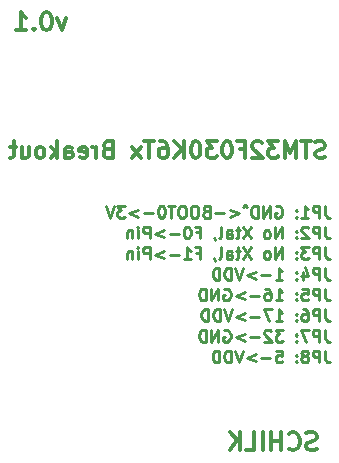
<source format=gbr>
G04 #@! TF.GenerationSoftware,KiCad,Pcbnew,(5.1.5)-3*
G04 #@! TF.CreationDate,2020-06-05T23:08:29+02:00*
G04 #@! TF.ProjectId,STM32F030K6Tx_Breakout,53544d33-3246-4303-9330-4b3654785f42,rev?*
G04 #@! TF.SameCoordinates,Original*
G04 #@! TF.FileFunction,Legend,Bot*
G04 #@! TF.FilePolarity,Positive*
%FSLAX46Y46*%
G04 Gerber Fmt 4.6, Leading zero omitted, Abs format (unit mm)*
G04 Created by KiCad (PCBNEW (5.1.5)-3) date 2020-06-05 23:08:29*
%MOMM*%
%LPD*%
G04 APERTURE LIST*
%ADD10C,0.300000*%
%ADD11C,0.250000*%
G04 APERTURE END LIST*
D10*
X121788571Y-73632142D02*
X121574285Y-73703571D01*
X121217142Y-73703571D01*
X121074285Y-73632142D01*
X121002857Y-73560714D01*
X120931428Y-73417857D01*
X120931428Y-73275000D01*
X121002857Y-73132142D01*
X121074285Y-73060714D01*
X121217142Y-72989285D01*
X121502857Y-72917857D01*
X121645714Y-72846428D01*
X121717142Y-72775000D01*
X121788571Y-72632142D01*
X121788571Y-72489285D01*
X121717142Y-72346428D01*
X121645714Y-72275000D01*
X121502857Y-72203571D01*
X121145714Y-72203571D01*
X120931428Y-72275000D01*
X119431428Y-73560714D02*
X119502857Y-73632142D01*
X119717142Y-73703571D01*
X119860000Y-73703571D01*
X120074285Y-73632142D01*
X120217142Y-73489285D01*
X120288571Y-73346428D01*
X120360000Y-73060714D01*
X120360000Y-72846428D01*
X120288571Y-72560714D01*
X120217142Y-72417857D01*
X120074285Y-72275000D01*
X119860000Y-72203571D01*
X119717142Y-72203571D01*
X119502857Y-72275000D01*
X119431428Y-72346428D01*
X118788571Y-73703571D02*
X118788571Y-72203571D01*
X118788571Y-72917857D02*
X117931428Y-72917857D01*
X117931428Y-73703571D02*
X117931428Y-72203571D01*
X117217142Y-73703571D02*
X117217142Y-72203571D01*
X115788571Y-73703571D02*
X116502857Y-73703571D01*
X116502857Y-72203571D01*
X115288571Y-73703571D02*
X115288571Y-72203571D01*
X114431428Y-73703571D02*
X115074285Y-72846428D01*
X114431428Y-72203571D02*
X115288571Y-73060714D01*
X100567857Y-37143571D02*
X100210714Y-38143571D01*
X99853571Y-37143571D01*
X98996428Y-36643571D02*
X98853571Y-36643571D01*
X98710714Y-36715000D01*
X98639285Y-36786428D01*
X98567857Y-36929285D01*
X98496428Y-37215000D01*
X98496428Y-37572142D01*
X98567857Y-37857857D01*
X98639285Y-38000714D01*
X98710714Y-38072142D01*
X98853571Y-38143571D01*
X98996428Y-38143571D01*
X99139285Y-38072142D01*
X99210714Y-38000714D01*
X99282142Y-37857857D01*
X99353571Y-37572142D01*
X99353571Y-37215000D01*
X99282142Y-36929285D01*
X99210714Y-36786428D01*
X99139285Y-36715000D01*
X98996428Y-36643571D01*
X97853571Y-38000714D02*
X97782142Y-38072142D01*
X97853571Y-38143571D01*
X97925000Y-38072142D01*
X97853571Y-38000714D01*
X97853571Y-38143571D01*
X96353571Y-38143571D02*
X97210714Y-38143571D01*
X96782142Y-38143571D02*
X96782142Y-36643571D01*
X96925000Y-36857857D01*
X97067857Y-37000714D01*
X97210714Y-37072142D01*
X122486666Y-48896666D02*
X122286666Y-48963333D01*
X121953333Y-48963333D01*
X121820000Y-48896666D01*
X121753333Y-48830000D01*
X121686666Y-48696666D01*
X121686666Y-48563333D01*
X121753333Y-48430000D01*
X121820000Y-48363333D01*
X121953333Y-48296666D01*
X122220000Y-48230000D01*
X122353333Y-48163333D01*
X122420000Y-48096666D01*
X122486666Y-47963333D01*
X122486666Y-47830000D01*
X122420000Y-47696666D01*
X122353333Y-47630000D01*
X122220000Y-47563333D01*
X121886666Y-47563333D01*
X121686666Y-47630000D01*
X121286666Y-47563333D02*
X120486666Y-47563333D01*
X120886666Y-48963333D02*
X120886666Y-47563333D01*
X120020000Y-48963333D02*
X120020000Y-47563333D01*
X119553333Y-48563333D01*
X119086666Y-47563333D01*
X119086666Y-48963333D01*
X118553333Y-47563333D02*
X117686666Y-47563333D01*
X118153333Y-48096666D01*
X117953333Y-48096666D01*
X117820000Y-48163333D01*
X117753333Y-48230000D01*
X117686666Y-48363333D01*
X117686666Y-48696666D01*
X117753333Y-48830000D01*
X117820000Y-48896666D01*
X117953333Y-48963333D01*
X118353333Y-48963333D01*
X118486666Y-48896666D01*
X118553333Y-48830000D01*
X117153333Y-47696666D02*
X117086666Y-47630000D01*
X116953333Y-47563333D01*
X116620000Y-47563333D01*
X116486666Y-47630000D01*
X116420000Y-47696666D01*
X116353333Y-47830000D01*
X116353333Y-47963333D01*
X116420000Y-48163333D01*
X117220000Y-48963333D01*
X116353333Y-48963333D01*
X115286666Y-48230000D02*
X115753333Y-48230000D01*
X115753333Y-48963333D02*
X115753333Y-47563333D01*
X115086666Y-47563333D01*
X114286666Y-47563333D02*
X114153333Y-47563333D01*
X114020000Y-47630000D01*
X113953333Y-47696666D01*
X113886666Y-47830000D01*
X113820000Y-48096666D01*
X113820000Y-48430000D01*
X113886666Y-48696666D01*
X113953333Y-48830000D01*
X114020000Y-48896666D01*
X114153333Y-48963333D01*
X114286666Y-48963333D01*
X114420000Y-48896666D01*
X114486666Y-48830000D01*
X114553333Y-48696666D01*
X114620000Y-48430000D01*
X114620000Y-48096666D01*
X114553333Y-47830000D01*
X114486666Y-47696666D01*
X114420000Y-47630000D01*
X114286666Y-47563333D01*
X113353333Y-47563333D02*
X112486666Y-47563333D01*
X112953333Y-48096666D01*
X112753333Y-48096666D01*
X112620000Y-48163333D01*
X112553333Y-48230000D01*
X112486666Y-48363333D01*
X112486666Y-48696666D01*
X112553333Y-48830000D01*
X112620000Y-48896666D01*
X112753333Y-48963333D01*
X113153333Y-48963333D01*
X113286666Y-48896666D01*
X113353333Y-48830000D01*
X111620000Y-47563333D02*
X111486666Y-47563333D01*
X111353333Y-47630000D01*
X111286666Y-47696666D01*
X111220000Y-47830000D01*
X111153333Y-48096666D01*
X111153333Y-48430000D01*
X111220000Y-48696666D01*
X111286666Y-48830000D01*
X111353333Y-48896666D01*
X111486666Y-48963333D01*
X111620000Y-48963333D01*
X111753333Y-48896666D01*
X111820000Y-48830000D01*
X111886666Y-48696666D01*
X111953333Y-48430000D01*
X111953333Y-48096666D01*
X111886666Y-47830000D01*
X111820000Y-47696666D01*
X111753333Y-47630000D01*
X111620000Y-47563333D01*
X110553333Y-48963333D02*
X110553333Y-47563333D01*
X109753333Y-48963333D02*
X110353333Y-48163333D01*
X109753333Y-47563333D02*
X110553333Y-48363333D01*
X108553333Y-47563333D02*
X108820000Y-47563333D01*
X108953333Y-47630000D01*
X109020000Y-47696666D01*
X109153333Y-47896666D01*
X109220000Y-48163333D01*
X109220000Y-48696666D01*
X109153333Y-48830000D01*
X109086666Y-48896666D01*
X108953333Y-48963333D01*
X108686666Y-48963333D01*
X108553333Y-48896666D01*
X108486666Y-48830000D01*
X108420000Y-48696666D01*
X108420000Y-48363333D01*
X108486666Y-48230000D01*
X108553333Y-48163333D01*
X108686666Y-48096666D01*
X108953333Y-48096666D01*
X109086666Y-48163333D01*
X109153333Y-48230000D01*
X109220000Y-48363333D01*
X108020000Y-47563333D02*
X107220000Y-47563333D01*
X107620000Y-48963333D02*
X107620000Y-47563333D01*
X106886666Y-48963333D02*
X106153333Y-48030000D01*
X106886666Y-48030000D02*
X106153333Y-48963333D01*
X104086666Y-48230000D02*
X103886666Y-48296666D01*
X103820000Y-48363333D01*
X103753333Y-48496666D01*
X103753333Y-48696666D01*
X103820000Y-48830000D01*
X103886666Y-48896666D01*
X104020000Y-48963333D01*
X104553333Y-48963333D01*
X104553333Y-47563333D01*
X104086666Y-47563333D01*
X103953333Y-47630000D01*
X103886666Y-47696666D01*
X103820000Y-47830000D01*
X103820000Y-47963333D01*
X103886666Y-48096666D01*
X103953333Y-48163333D01*
X104086666Y-48230000D01*
X104553333Y-48230000D01*
X103153333Y-48963333D02*
X103153333Y-48030000D01*
X103153333Y-48296666D02*
X103086666Y-48163333D01*
X103020000Y-48096666D01*
X102886666Y-48030000D01*
X102753333Y-48030000D01*
X101753333Y-48896666D02*
X101886666Y-48963333D01*
X102153333Y-48963333D01*
X102286666Y-48896666D01*
X102353333Y-48763333D01*
X102353333Y-48230000D01*
X102286666Y-48096666D01*
X102153333Y-48030000D01*
X101886666Y-48030000D01*
X101753333Y-48096666D01*
X101686666Y-48230000D01*
X101686666Y-48363333D01*
X102353333Y-48496666D01*
X100486666Y-48963333D02*
X100486666Y-48230000D01*
X100553333Y-48096666D01*
X100686666Y-48030000D01*
X100953333Y-48030000D01*
X101086666Y-48096666D01*
X100486666Y-48896666D02*
X100620000Y-48963333D01*
X100953333Y-48963333D01*
X101086666Y-48896666D01*
X101153333Y-48763333D01*
X101153333Y-48630000D01*
X101086666Y-48496666D01*
X100953333Y-48430000D01*
X100620000Y-48430000D01*
X100486666Y-48363333D01*
X99820000Y-48963333D02*
X99820000Y-47563333D01*
X99686666Y-48430000D02*
X99286666Y-48963333D01*
X99286666Y-48030000D02*
X99820000Y-48563333D01*
X98486666Y-48963333D02*
X98620000Y-48896666D01*
X98686666Y-48830000D01*
X98753333Y-48696666D01*
X98753333Y-48296666D01*
X98686666Y-48163333D01*
X98620000Y-48096666D01*
X98486666Y-48030000D01*
X98286666Y-48030000D01*
X98153333Y-48096666D01*
X98086666Y-48163333D01*
X98020000Y-48296666D01*
X98020000Y-48696666D01*
X98086666Y-48830000D01*
X98153333Y-48896666D01*
X98286666Y-48963333D01*
X98486666Y-48963333D01*
X96820000Y-48030000D02*
X96820000Y-48963333D01*
X97420000Y-48030000D02*
X97420000Y-48763333D01*
X97353333Y-48896666D01*
X97220000Y-48963333D01*
X97020000Y-48963333D01*
X96886666Y-48896666D01*
X96820000Y-48830000D01*
X96353333Y-48030000D02*
X95820000Y-48030000D01*
X96153333Y-47563333D02*
X96153333Y-48763333D01*
X96086666Y-48896666D01*
X95953333Y-48963333D01*
X95820000Y-48963333D01*
D11*
X122503690Y-53017380D02*
X122503690Y-53731666D01*
X122551309Y-53874523D01*
X122646547Y-53969761D01*
X122789404Y-54017380D01*
X122884642Y-54017380D01*
X122027500Y-54017380D02*
X122027500Y-53017380D01*
X121646547Y-53017380D01*
X121551309Y-53065000D01*
X121503690Y-53112619D01*
X121456071Y-53207857D01*
X121456071Y-53350714D01*
X121503690Y-53445952D01*
X121551309Y-53493571D01*
X121646547Y-53541190D01*
X122027500Y-53541190D01*
X120503690Y-54017380D02*
X121075119Y-54017380D01*
X120789404Y-54017380D02*
X120789404Y-53017380D01*
X120884642Y-53160238D01*
X120979880Y-53255476D01*
X121075119Y-53303095D01*
X120075119Y-53922142D02*
X120027500Y-53969761D01*
X120075119Y-54017380D01*
X120122738Y-53969761D01*
X120075119Y-53922142D01*
X120075119Y-54017380D01*
X120075119Y-53398333D02*
X120027500Y-53445952D01*
X120075119Y-53493571D01*
X120122738Y-53445952D01*
X120075119Y-53398333D01*
X120075119Y-53493571D01*
X118313214Y-53065000D02*
X118408452Y-53017380D01*
X118551309Y-53017380D01*
X118694166Y-53065000D01*
X118789404Y-53160238D01*
X118837023Y-53255476D01*
X118884642Y-53445952D01*
X118884642Y-53588809D01*
X118837023Y-53779285D01*
X118789404Y-53874523D01*
X118694166Y-53969761D01*
X118551309Y-54017380D01*
X118456071Y-54017380D01*
X118313214Y-53969761D01*
X118265595Y-53922142D01*
X118265595Y-53588809D01*
X118456071Y-53588809D01*
X117837023Y-54017380D02*
X117837023Y-53017380D01*
X117265595Y-54017380D01*
X117265595Y-53017380D01*
X116789404Y-54017380D02*
X116789404Y-53017380D01*
X116551309Y-53017380D01*
X116408452Y-53065000D01*
X116313214Y-53160238D01*
X116265595Y-53255476D01*
X116217976Y-53445952D01*
X116217976Y-53588809D01*
X116265595Y-53779285D01*
X116313214Y-53874523D01*
X116408452Y-53969761D01*
X116551309Y-54017380D01*
X116789404Y-54017380D01*
X115932261Y-53112619D02*
X115741785Y-52969761D01*
X115551309Y-53112619D01*
X114456071Y-53350714D02*
X115217976Y-53636428D01*
X114456071Y-53922142D01*
X113979880Y-53636428D02*
X113217976Y-53636428D01*
X112408452Y-53493571D02*
X112265595Y-53541190D01*
X112217976Y-53588809D01*
X112170357Y-53684047D01*
X112170357Y-53826904D01*
X112217976Y-53922142D01*
X112265595Y-53969761D01*
X112360833Y-54017380D01*
X112741785Y-54017380D01*
X112741785Y-53017380D01*
X112408452Y-53017380D01*
X112313214Y-53065000D01*
X112265595Y-53112619D01*
X112217976Y-53207857D01*
X112217976Y-53303095D01*
X112265595Y-53398333D01*
X112313214Y-53445952D01*
X112408452Y-53493571D01*
X112741785Y-53493571D01*
X111551309Y-53017380D02*
X111360833Y-53017380D01*
X111265595Y-53065000D01*
X111170357Y-53160238D01*
X111122738Y-53350714D01*
X111122738Y-53684047D01*
X111170357Y-53874523D01*
X111265595Y-53969761D01*
X111360833Y-54017380D01*
X111551309Y-54017380D01*
X111646547Y-53969761D01*
X111741785Y-53874523D01*
X111789404Y-53684047D01*
X111789404Y-53350714D01*
X111741785Y-53160238D01*
X111646547Y-53065000D01*
X111551309Y-53017380D01*
X110503690Y-53017380D02*
X110313214Y-53017380D01*
X110217976Y-53065000D01*
X110122738Y-53160238D01*
X110075119Y-53350714D01*
X110075119Y-53684047D01*
X110122738Y-53874523D01*
X110217976Y-53969761D01*
X110313214Y-54017380D01*
X110503690Y-54017380D01*
X110598928Y-53969761D01*
X110694166Y-53874523D01*
X110741785Y-53684047D01*
X110741785Y-53350714D01*
X110694166Y-53160238D01*
X110598928Y-53065000D01*
X110503690Y-53017380D01*
X109789404Y-53017380D02*
X109217976Y-53017380D01*
X109503690Y-54017380D02*
X109503690Y-53017380D01*
X108694166Y-53017380D02*
X108598928Y-53017380D01*
X108503690Y-53065000D01*
X108456071Y-53112619D01*
X108408452Y-53207857D01*
X108360833Y-53398333D01*
X108360833Y-53636428D01*
X108408452Y-53826904D01*
X108456071Y-53922142D01*
X108503690Y-53969761D01*
X108598928Y-54017380D01*
X108694166Y-54017380D01*
X108789404Y-53969761D01*
X108837023Y-53922142D01*
X108884642Y-53826904D01*
X108932261Y-53636428D01*
X108932261Y-53398333D01*
X108884642Y-53207857D01*
X108837023Y-53112619D01*
X108789404Y-53065000D01*
X108694166Y-53017380D01*
X107932261Y-53636428D02*
X107170357Y-53636428D01*
X106694166Y-53350714D02*
X105932261Y-53636428D01*
X106694166Y-53922142D01*
X105551309Y-53017380D02*
X104932261Y-53017380D01*
X105265595Y-53398333D01*
X105122738Y-53398333D01*
X105027500Y-53445952D01*
X104979880Y-53493571D01*
X104932261Y-53588809D01*
X104932261Y-53826904D01*
X104979880Y-53922142D01*
X105027500Y-53969761D01*
X105122738Y-54017380D01*
X105408452Y-54017380D01*
X105503690Y-53969761D01*
X105551309Y-53922142D01*
X104646547Y-53017380D02*
X104313214Y-54017380D01*
X103979880Y-53017380D01*
X122503690Y-54767380D02*
X122503690Y-55481666D01*
X122551309Y-55624523D01*
X122646547Y-55719761D01*
X122789404Y-55767380D01*
X122884642Y-55767380D01*
X122027500Y-55767380D02*
X122027500Y-54767380D01*
X121646547Y-54767380D01*
X121551309Y-54815000D01*
X121503690Y-54862619D01*
X121456071Y-54957857D01*
X121456071Y-55100714D01*
X121503690Y-55195952D01*
X121551309Y-55243571D01*
X121646547Y-55291190D01*
X122027500Y-55291190D01*
X121075119Y-54862619D02*
X121027500Y-54815000D01*
X120932261Y-54767380D01*
X120694166Y-54767380D01*
X120598928Y-54815000D01*
X120551309Y-54862619D01*
X120503690Y-54957857D01*
X120503690Y-55053095D01*
X120551309Y-55195952D01*
X121122738Y-55767380D01*
X120503690Y-55767380D01*
X120075119Y-55672142D02*
X120027500Y-55719761D01*
X120075119Y-55767380D01*
X120122738Y-55719761D01*
X120075119Y-55672142D01*
X120075119Y-55767380D01*
X120075119Y-55148333D02*
X120027500Y-55195952D01*
X120075119Y-55243571D01*
X120122738Y-55195952D01*
X120075119Y-55148333D01*
X120075119Y-55243571D01*
X118837023Y-55767380D02*
X118837023Y-54767380D01*
X118265595Y-55767380D01*
X118265595Y-54767380D01*
X117646547Y-55767380D02*
X117741785Y-55719761D01*
X117789404Y-55672142D01*
X117837023Y-55576904D01*
X117837023Y-55291190D01*
X117789404Y-55195952D01*
X117741785Y-55148333D01*
X117646547Y-55100714D01*
X117503690Y-55100714D01*
X117408452Y-55148333D01*
X117360833Y-55195952D01*
X117313214Y-55291190D01*
X117313214Y-55576904D01*
X117360833Y-55672142D01*
X117408452Y-55719761D01*
X117503690Y-55767380D01*
X117646547Y-55767380D01*
X116217976Y-54767380D02*
X115551309Y-55767380D01*
X115551309Y-54767380D02*
X116217976Y-55767380D01*
X115313214Y-55100714D02*
X114932261Y-55100714D01*
X115170357Y-54767380D02*
X115170357Y-55624523D01*
X115122738Y-55719761D01*
X115027500Y-55767380D01*
X114932261Y-55767380D01*
X114170357Y-55767380D02*
X114170357Y-55243571D01*
X114217976Y-55148333D01*
X114313214Y-55100714D01*
X114503690Y-55100714D01*
X114598928Y-55148333D01*
X114170357Y-55719761D02*
X114265595Y-55767380D01*
X114503690Y-55767380D01*
X114598928Y-55719761D01*
X114646547Y-55624523D01*
X114646547Y-55529285D01*
X114598928Y-55434047D01*
X114503690Y-55386428D01*
X114265595Y-55386428D01*
X114170357Y-55338809D01*
X113551309Y-55767380D02*
X113646547Y-55719761D01*
X113694166Y-55624523D01*
X113694166Y-54767380D01*
X113122738Y-55719761D02*
X113122738Y-55767380D01*
X113170357Y-55862619D01*
X113217976Y-55910238D01*
X111598928Y-55243571D02*
X111932261Y-55243571D01*
X111932261Y-55767380D02*
X111932261Y-54767380D01*
X111456071Y-54767380D01*
X110884642Y-54767380D02*
X110789404Y-54767380D01*
X110694166Y-54815000D01*
X110646547Y-54862619D01*
X110598928Y-54957857D01*
X110551309Y-55148333D01*
X110551309Y-55386428D01*
X110598928Y-55576904D01*
X110646547Y-55672142D01*
X110694166Y-55719761D01*
X110789404Y-55767380D01*
X110884642Y-55767380D01*
X110979880Y-55719761D01*
X111027500Y-55672142D01*
X111075119Y-55576904D01*
X111122738Y-55386428D01*
X111122738Y-55148333D01*
X111075119Y-54957857D01*
X111027500Y-54862619D01*
X110979880Y-54815000D01*
X110884642Y-54767380D01*
X110122738Y-55386428D02*
X109360833Y-55386428D01*
X108884642Y-55100714D02*
X108122738Y-55386428D01*
X108884642Y-55672142D01*
X107646547Y-55767380D02*
X107646547Y-54767380D01*
X107265595Y-54767380D01*
X107170357Y-54815000D01*
X107122738Y-54862619D01*
X107075119Y-54957857D01*
X107075119Y-55100714D01*
X107122738Y-55195952D01*
X107170357Y-55243571D01*
X107265595Y-55291190D01*
X107646547Y-55291190D01*
X106646547Y-55767380D02*
X106646547Y-55100714D01*
X106646547Y-54767380D02*
X106694166Y-54815000D01*
X106646547Y-54862619D01*
X106598928Y-54815000D01*
X106646547Y-54767380D01*
X106646547Y-54862619D01*
X106170357Y-55100714D02*
X106170357Y-55767380D01*
X106170357Y-55195952D02*
X106122738Y-55148333D01*
X106027500Y-55100714D01*
X105884642Y-55100714D01*
X105789404Y-55148333D01*
X105741785Y-55243571D01*
X105741785Y-55767380D01*
X122503690Y-56517380D02*
X122503690Y-57231666D01*
X122551309Y-57374523D01*
X122646547Y-57469761D01*
X122789404Y-57517380D01*
X122884642Y-57517380D01*
X122027500Y-57517380D02*
X122027500Y-56517380D01*
X121646547Y-56517380D01*
X121551309Y-56565000D01*
X121503690Y-56612619D01*
X121456071Y-56707857D01*
X121456071Y-56850714D01*
X121503690Y-56945952D01*
X121551309Y-56993571D01*
X121646547Y-57041190D01*
X122027500Y-57041190D01*
X121122738Y-56517380D02*
X120503690Y-56517380D01*
X120837023Y-56898333D01*
X120694166Y-56898333D01*
X120598928Y-56945952D01*
X120551309Y-56993571D01*
X120503690Y-57088809D01*
X120503690Y-57326904D01*
X120551309Y-57422142D01*
X120598928Y-57469761D01*
X120694166Y-57517380D01*
X120979880Y-57517380D01*
X121075119Y-57469761D01*
X121122738Y-57422142D01*
X120075119Y-57422142D02*
X120027500Y-57469761D01*
X120075119Y-57517380D01*
X120122738Y-57469761D01*
X120075119Y-57422142D01*
X120075119Y-57517380D01*
X120075119Y-56898333D02*
X120027500Y-56945952D01*
X120075119Y-56993571D01*
X120122738Y-56945952D01*
X120075119Y-56898333D01*
X120075119Y-56993571D01*
X118837023Y-57517380D02*
X118837023Y-56517380D01*
X118265595Y-57517380D01*
X118265595Y-56517380D01*
X117646547Y-57517380D02*
X117741785Y-57469761D01*
X117789404Y-57422142D01*
X117837023Y-57326904D01*
X117837023Y-57041190D01*
X117789404Y-56945952D01*
X117741785Y-56898333D01*
X117646547Y-56850714D01*
X117503690Y-56850714D01*
X117408452Y-56898333D01*
X117360833Y-56945952D01*
X117313214Y-57041190D01*
X117313214Y-57326904D01*
X117360833Y-57422142D01*
X117408452Y-57469761D01*
X117503690Y-57517380D01*
X117646547Y-57517380D01*
X116217976Y-56517380D02*
X115551309Y-57517380D01*
X115551309Y-56517380D02*
X116217976Y-57517380D01*
X115313214Y-56850714D02*
X114932261Y-56850714D01*
X115170357Y-56517380D02*
X115170357Y-57374523D01*
X115122738Y-57469761D01*
X115027500Y-57517380D01*
X114932261Y-57517380D01*
X114170357Y-57517380D02*
X114170357Y-56993571D01*
X114217976Y-56898333D01*
X114313214Y-56850714D01*
X114503690Y-56850714D01*
X114598928Y-56898333D01*
X114170357Y-57469761D02*
X114265595Y-57517380D01*
X114503690Y-57517380D01*
X114598928Y-57469761D01*
X114646547Y-57374523D01*
X114646547Y-57279285D01*
X114598928Y-57184047D01*
X114503690Y-57136428D01*
X114265595Y-57136428D01*
X114170357Y-57088809D01*
X113551309Y-57517380D02*
X113646547Y-57469761D01*
X113694166Y-57374523D01*
X113694166Y-56517380D01*
X113122738Y-57469761D02*
X113122738Y-57517380D01*
X113170357Y-57612619D01*
X113217976Y-57660238D01*
X111598928Y-56993571D02*
X111932261Y-56993571D01*
X111932261Y-57517380D02*
X111932261Y-56517380D01*
X111456071Y-56517380D01*
X110551309Y-57517380D02*
X111122738Y-57517380D01*
X110837023Y-57517380D02*
X110837023Y-56517380D01*
X110932261Y-56660238D01*
X111027500Y-56755476D01*
X111122738Y-56803095D01*
X110122738Y-57136428D02*
X109360833Y-57136428D01*
X108884642Y-56850714D02*
X108122738Y-57136428D01*
X108884642Y-57422142D01*
X107646547Y-57517380D02*
X107646547Y-56517380D01*
X107265595Y-56517380D01*
X107170357Y-56565000D01*
X107122738Y-56612619D01*
X107075119Y-56707857D01*
X107075119Y-56850714D01*
X107122738Y-56945952D01*
X107170357Y-56993571D01*
X107265595Y-57041190D01*
X107646547Y-57041190D01*
X106646547Y-57517380D02*
X106646547Y-56850714D01*
X106646547Y-56517380D02*
X106694166Y-56565000D01*
X106646547Y-56612619D01*
X106598928Y-56565000D01*
X106646547Y-56517380D01*
X106646547Y-56612619D01*
X106170357Y-56850714D02*
X106170357Y-57517380D01*
X106170357Y-56945952D02*
X106122738Y-56898333D01*
X106027500Y-56850714D01*
X105884642Y-56850714D01*
X105789404Y-56898333D01*
X105741785Y-56993571D01*
X105741785Y-57517380D01*
X122503690Y-58267380D02*
X122503690Y-58981666D01*
X122551309Y-59124523D01*
X122646547Y-59219761D01*
X122789404Y-59267380D01*
X122884642Y-59267380D01*
X122027500Y-59267380D02*
X122027500Y-58267380D01*
X121646547Y-58267380D01*
X121551309Y-58315000D01*
X121503690Y-58362619D01*
X121456071Y-58457857D01*
X121456071Y-58600714D01*
X121503690Y-58695952D01*
X121551309Y-58743571D01*
X121646547Y-58791190D01*
X122027500Y-58791190D01*
X120598928Y-58600714D02*
X120598928Y-59267380D01*
X120837023Y-58219761D02*
X121075119Y-58934047D01*
X120456071Y-58934047D01*
X120075119Y-59172142D02*
X120027500Y-59219761D01*
X120075119Y-59267380D01*
X120122738Y-59219761D01*
X120075119Y-59172142D01*
X120075119Y-59267380D01*
X120075119Y-58648333D02*
X120027500Y-58695952D01*
X120075119Y-58743571D01*
X120122738Y-58695952D01*
X120075119Y-58648333D01*
X120075119Y-58743571D01*
X118313214Y-59267380D02*
X118884642Y-59267380D01*
X118598928Y-59267380D02*
X118598928Y-58267380D01*
X118694166Y-58410238D01*
X118789404Y-58505476D01*
X118884642Y-58553095D01*
X117884642Y-58886428D02*
X117122738Y-58886428D01*
X116646547Y-58600714D02*
X115884642Y-58886428D01*
X116646547Y-59172142D01*
X115551309Y-58267380D02*
X115217976Y-59267380D01*
X114884642Y-58267380D01*
X114551309Y-59267380D02*
X114551309Y-58267380D01*
X114313214Y-58267380D01*
X114170357Y-58315000D01*
X114075119Y-58410238D01*
X114027500Y-58505476D01*
X113979880Y-58695952D01*
X113979880Y-58838809D01*
X114027500Y-59029285D01*
X114075119Y-59124523D01*
X114170357Y-59219761D01*
X114313214Y-59267380D01*
X114551309Y-59267380D01*
X113551309Y-59267380D02*
X113551309Y-58267380D01*
X113313214Y-58267380D01*
X113170357Y-58315000D01*
X113075119Y-58410238D01*
X113027500Y-58505476D01*
X112979880Y-58695952D01*
X112979880Y-58838809D01*
X113027500Y-59029285D01*
X113075119Y-59124523D01*
X113170357Y-59219761D01*
X113313214Y-59267380D01*
X113551309Y-59267380D01*
X122503690Y-60017380D02*
X122503690Y-60731666D01*
X122551309Y-60874523D01*
X122646547Y-60969761D01*
X122789404Y-61017380D01*
X122884642Y-61017380D01*
X122027500Y-61017380D02*
X122027500Y-60017380D01*
X121646547Y-60017380D01*
X121551309Y-60065000D01*
X121503690Y-60112619D01*
X121456071Y-60207857D01*
X121456071Y-60350714D01*
X121503690Y-60445952D01*
X121551309Y-60493571D01*
X121646547Y-60541190D01*
X122027500Y-60541190D01*
X120551309Y-60017380D02*
X121027500Y-60017380D01*
X121075119Y-60493571D01*
X121027500Y-60445952D01*
X120932261Y-60398333D01*
X120694166Y-60398333D01*
X120598928Y-60445952D01*
X120551309Y-60493571D01*
X120503690Y-60588809D01*
X120503690Y-60826904D01*
X120551309Y-60922142D01*
X120598928Y-60969761D01*
X120694166Y-61017380D01*
X120932261Y-61017380D01*
X121027500Y-60969761D01*
X121075119Y-60922142D01*
X120075119Y-60922142D02*
X120027500Y-60969761D01*
X120075119Y-61017380D01*
X120122738Y-60969761D01*
X120075119Y-60922142D01*
X120075119Y-61017380D01*
X120075119Y-60398333D02*
X120027500Y-60445952D01*
X120075119Y-60493571D01*
X120122738Y-60445952D01*
X120075119Y-60398333D01*
X120075119Y-60493571D01*
X118313214Y-61017380D02*
X118884642Y-61017380D01*
X118598928Y-61017380D02*
X118598928Y-60017380D01*
X118694166Y-60160238D01*
X118789404Y-60255476D01*
X118884642Y-60303095D01*
X117456071Y-60017380D02*
X117646547Y-60017380D01*
X117741785Y-60065000D01*
X117789404Y-60112619D01*
X117884642Y-60255476D01*
X117932261Y-60445952D01*
X117932261Y-60826904D01*
X117884642Y-60922142D01*
X117837023Y-60969761D01*
X117741785Y-61017380D01*
X117551309Y-61017380D01*
X117456071Y-60969761D01*
X117408452Y-60922142D01*
X117360833Y-60826904D01*
X117360833Y-60588809D01*
X117408452Y-60493571D01*
X117456071Y-60445952D01*
X117551309Y-60398333D01*
X117741785Y-60398333D01*
X117837023Y-60445952D01*
X117884642Y-60493571D01*
X117932261Y-60588809D01*
X116932261Y-60636428D02*
X116170357Y-60636428D01*
X115694166Y-60350714D02*
X114932261Y-60636428D01*
X115694166Y-60922142D01*
X113932261Y-60065000D02*
X114027500Y-60017380D01*
X114170357Y-60017380D01*
X114313214Y-60065000D01*
X114408452Y-60160238D01*
X114456071Y-60255476D01*
X114503690Y-60445952D01*
X114503690Y-60588809D01*
X114456071Y-60779285D01*
X114408452Y-60874523D01*
X114313214Y-60969761D01*
X114170357Y-61017380D01*
X114075119Y-61017380D01*
X113932261Y-60969761D01*
X113884642Y-60922142D01*
X113884642Y-60588809D01*
X114075119Y-60588809D01*
X113456071Y-61017380D02*
X113456071Y-60017380D01*
X112884642Y-61017380D01*
X112884642Y-60017380D01*
X112408452Y-61017380D02*
X112408452Y-60017380D01*
X112170357Y-60017380D01*
X112027500Y-60065000D01*
X111932261Y-60160238D01*
X111884642Y-60255476D01*
X111837023Y-60445952D01*
X111837023Y-60588809D01*
X111884642Y-60779285D01*
X111932261Y-60874523D01*
X112027500Y-60969761D01*
X112170357Y-61017380D01*
X112408452Y-61017380D01*
X122503690Y-61767380D02*
X122503690Y-62481666D01*
X122551309Y-62624523D01*
X122646547Y-62719761D01*
X122789404Y-62767380D01*
X122884642Y-62767380D01*
X122027500Y-62767380D02*
X122027500Y-61767380D01*
X121646547Y-61767380D01*
X121551309Y-61815000D01*
X121503690Y-61862619D01*
X121456071Y-61957857D01*
X121456071Y-62100714D01*
X121503690Y-62195952D01*
X121551309Y-62243571D01*
X121646547Y-62291190D01*
X122027500Y-62291190D01*
X120598928Y-61767380D02*
X120789404Y-61767380D01*
X120884642Y-61815000D01*
X120932261Y-61862619D01*
X121027500Y-62005476D01*
X121075119Y-62195952D01*
X121075119Y-62576904D01*
X121027500Y-62672142D01*
X120979880Y-62719761D01*
X120884642Y-62767380D01*
X120694166Y-62767380D01*
X120598928Y-62719761D01*
X120551309Y-62672142D01*
X120503690Y-62576904D01*
X120503690Y-62338809D01*
X120551309Y-62243571D01*
X120598928Y-62195952D01*
X120694166Y-62148333D01*
X120884642Y-62148333D01*
X120979880Y-62195952D01*
X121027500Y-62243571D01*
X121075119Y-62338809D01*
X120075119Y-62672142D02*
X120027500Y-62719761D01*
X120075119Y-62767380D01*
X120122738Y-62719761D01*
X120075119Y-62672142D01*
X120075119Y-62767380D01*
X120075119Y-62148333D02*
X120027500Y-62195952D01*
X120075119Y-62243571D01*
X120122738Y-62195952D01*
X120075119Y-62148333D01*
X120075119Y-62243571D01*
X118313214Y-62767380D02*
X118884642Y-62767380D01*
X118598928Y-62767380D02*
X118598928Y-61767380D01*
X118694166Y-61910238D01*
X118789404Y-62005476D01*
X118884642Y-62053095D01*
X117979880Y-61767380D02*
X117313214Y-61767380D01*
X117741785Y-62767380D01*
X116932261Y-62386428D02*
X116170357Y-62386428D01*
X115694166Y-62100714D02*
X114932261Y-62386428D01*
X115694166Y-62672142D01*
X114598928Y-61767380D02*
X114265595Y-62767380D01*
X113932261Y-61767380D01*
X113598928Y-62767380D02*
X113598928Y-61767380D01*
X113360833Y-61767380D01*
X113217976Y-61815000D01*
X113122738Y-61910238D01*
X113075119Y-62005476D01*
X113027500Y-62195952D01*
X113027500Y-62338809D01*
X113075119Y-62529285D01*
X113122738Y-62624523D01*
X113217976Y-62719761D01*
X113360833Y-62767380D01*
X113598928Y-62767380D01*
X112598928Y-62767380D02*
X112598928Y-61767380D01*
X112360833Y-61767380D01*
X112217976Y-61815000D01*
X112122738Y-61910238D01*
X112075119Y-62005476D01*
X112027500Y-62195952D01*
X112027500Y-62338809D01*
X112075119Y-62529285D01*
X112122738Y-62624523D01*
X112217976Y-62719761D01*
X112360833Y-62767380D01*
X112598928Y-62767380D01*
X122503690Y-63517380D02*
X122503690Y-64231666D01*
X122551309Y-64374523D01*
X122646547Y-64469761D01*
X122789404Y-64517380D01*
X122884642Y-64517380D01*
X122027500Y-64517380D02*
X122027500Y-63517380D01*
X121646547Y-63517380D01*
X121551309Y-63565000D01*
X121503690Y-63612619D01*
X121456071Y-63707857D01*
X121456071Y-63850714D01*
X121503690Y-63945952D01*
X121551309Y-63993571D01*
X121646547Y-64041190D01*
X122027500Y-64041190D01*
X121122738Y-63517380D02*
X120456071Y-63517380D01*
X120884642Y-64517380D01*
X120075119Y-64422142D02*
X120027500Y-64469761D01*
X120075119Y-64517380D01*
X120122738Y-64469761D01*
X120075119Y-64422142D01*
X120075119Y-64517380D01*
X120075119Y-63898333D02*
X120027500Y-63945952D01*
X120075119Y-63993571D01*
X120122738Y-63945952D01*
X120075119Y-63898333D01*
X120075119Y-63993571D01*
X118932261Y-63517380D02*
X118313214Y-63517380D01*
X118646547Y-63898333D01*
X118503690Y-63898333D01*
X118408452Y-63945952D01*
X118360833Y-63993571D01*
X118313214Y-64088809D01*
X118313214Y-64326904D01*
X118360833Y-64422142D01*
X118408452Y-64469761D01*
X118503690Y-64517380D01*
X118789404Y-64517380D01*
X118884642Y-64469761D01*
X118932261Y-64422142D01*
X117932261Y-63612619D02*
X117884642Y-63565000D01*
X117789404Y-63517380D01*
X117551309Y-63517380D01*
X117456071Y-63565000D01*
X117408452Y-63612619D01*
X117360833Y-63707857D01*
X117360833Y-63803095D01*
X117408452Y-63945952D01*
X117979880Y-64517380D01*
X117360833Y-64517380D01*
X116932261Y-64136428D02*
X116170357Y-64136428D01*
X115694166Y-63850714D02*
X114932261Y-64136428D01*
X115694166Y-64422142D01*
X113932261Y-63565000D02*
X114027500Y-63517380D01*
X114170357Y-63517380D01*
X114313214Y-63565000D01*
X114408452Y-63660238D01*
X114456071Y-63755476D01*
X114503690Y-63945952D01*
X114503690Y-64088809D01*
X114456071Y-64279285D01*
X114408452Y-64374523D01*
X114313214Y-64469761D01*
X114170357Y-64517380D01*
X114075119Y-64517380D01*
X113932261Y-64469761D01*
X113884642Y-64422142D01*
X113884642Y-64088809D01*
X114075119Y-64088809D01*
X113456071Y-64517380D02*
X113456071Y-63517380D01*
X112884642Y-64517380D01*
X112884642Y-63517380D01*
X112408452Y-64517380D02*
X112408452Y-63517380D01*
X112170357Y-63517380D01*
X112027500Y-63565000D01*
X111932261Y-63660238D01*
X111884642Y-63755476D01*
X111837023Y-63945952D01*
X111837023Y-64088809D01*
X111884642Y-64279285D01*
X111932261Y-64374523D01*
X112027500Y-64469761D01*
X112170357Y-64517380D01*
X112408452Y-64517380D01*
X122503690Y-65267380D02*
X122503690Y-65981666D01*
X122551309Y-66124523D01*
X122646547Y-66219761D01*
X122789404Y-66267380D01*
X122884642Y-66267380D01*
X122027500Y-66267380D02*
X122027500Y-65267380D01*
X121646547Y-65267380D01*
X121551309Y-65315000D01*
X121503690Y-65362619D01*
X121456071Y-65457857D01*
X121456071Y-65600714D01*
X121503690Y-65695952D01*
X121551309Y-65743571D01*
X121646547Y-65791190D01*
X122027500Y-65791190D01*
X120884642Y-65695952D02*
X120979880Y-65648333D01*
X121027500Y-65600714D01*
X121075119Y-65505476D01*
X121075119Y-65457857D01*
X121027500Y-65362619D01*
X120979880Y-65315000D01*
X120884642Y-65267380D01*
X120694166Y-65267380D01*
X120598928Y-65315000D01*
X120551309Y-65362619D01*
X120503690Y-65457857D01*
X120503690Y-65505476D01*
X120551309Y-65600714D01*
X120598928Y-65648333D01*
X120694166Y-65695952D01*
X120884642Y-65695952D01*
X120979880Y-65743571D01*
X121027500Y-65791190D01*
X121075119Y-65886428D01*
X121075119Y-66076904D01*
X121027500Y-66172142D01*
X120979880Y-66219761D01*
X120884642Y-66267380D01*
X120694166Y-66267380D01*
X120598928Y-66219761D01*
X120551309Y-66172142D01*
X120503690Y-66076904D01*
X120503690Y-65886428D01*
X120551309Y-65791190D01*
X120598928Y-65743571D01*
X120694166Y-65695952D01*
X120075119Y-66172142D02*
X120027500Y-66219761D01*
X120075119Y-66267380D01*
X120122738Y-66219761D01*
X120075119Y-66172142D01*
X120075119Y-66267380D01*
X120075119Y-65648333D02*
X120027500Y-65695952D01*
X120075119Y-65743571D01*
X120122738Y-65695952D01*
X120075119Y-65648333D01*
X120075119Y-65743571D01*
X118360833Y-65267380D02*
X118837023Y-65267380D01*
X118884642Y-65743571D01*
X118837023Y-65695952D01*
X118741785Y-65648333D01*
X118503690Y-65648333D01*
X118408452Y-65695952D01*
X118360833Y-65743571D01*
X118313214Y-65838809D01*
X118313214Y-66076904D01*
X118360833Y-66172142D01*
X118408452Y-66219761D01*
X118503690Y-66267380D01*
X118741785Y-66267380D01*
X118837023Y-66219761D01*
X118884642Y-66172142D01*
X117884642Y-65886428D02*
X117122738Y-65886428D01*
X116646547Y-65600714D02*
X115884642Y-65886428D01*
X116646547Y-66172142D01*
X115551309Y-65267380D02*
X115217976Y-66267380D01*
X114884642Y-65267380D01*
X114551309Y-66267380D02*
X114551309Y-65267380D01*
X114313214Y-65267380D01*
X114170357Y-65315000D01*
X114075119Y-65410238D01*
X114027500Y-65505476D01*
X113979880Y-65695952D01*
X113979880Y-65838809D01*
X114027500Y-66029285D01*
X114075119Y-66124523D01*
X114170357Y-66219761D01*
X114313214Y-66267380D01*
X114551309Y-66267380D01*
X113551309Y-66267380D02*
X113551309Y-65267380D01*
X113313214Y-65267380D01*
X113170357Y-65315000D01*
X113075119Y-65410238D01*
X113027500Y-65505476D01*
X112979880Y-65695952D01*
X112979880Y-65838809D01*
X113027500Y-66029285D01*
X113075119Y-66124523D01*
X113170357Y-66219761D01*
X113313214Y-66267380D01*
X113551309Y-66267380D01*
M02*

</source>
